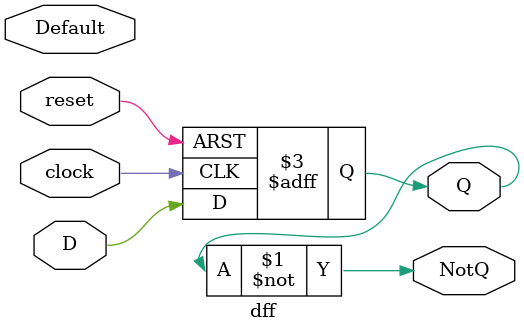
<source format=v>


module dff(
    input reset,
    input Default,
    input clock,
    input D,
    output reg Q,
    output NotQ
);
    assign NotQ = ~Q;

    always @(posedge reset, posedge clock) begin
        if (reset) begin
            Q <= 0;
        end else if (clock) begin
            Q <= D;
        end
    end
endmodule

</source>
